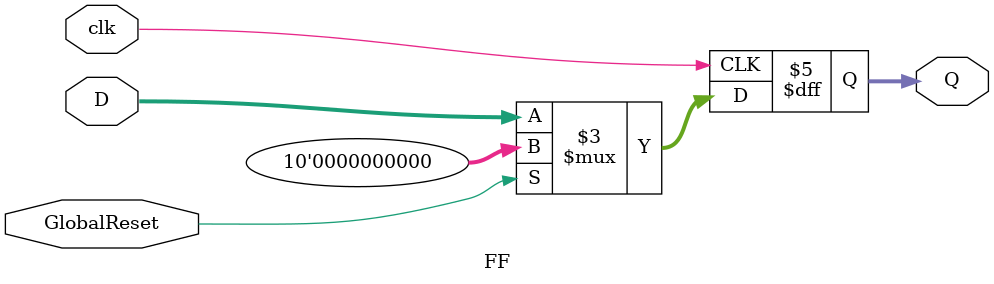
<source format=v>
module FF(clk, GlobalReset,D,Q);

parameter IN_SIZE = 10;
input                       clk, GlobalReset;
input       [IN_SIZE-1:0] D;
output  reg [IN_SIZE-1:0] Q;

always@(posedge clk) begin
    if(GlobalReset) Q <= 0;
    else            Q <= D;
end

endmodule

</source>
